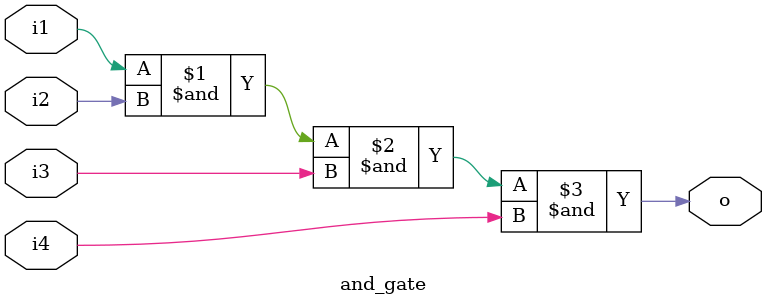
<source format=v>
module and_gate(output o, input i1, i2, i3, i4);

assign o = i1 & i2 & i3 & i4;

endmodule

</source>
